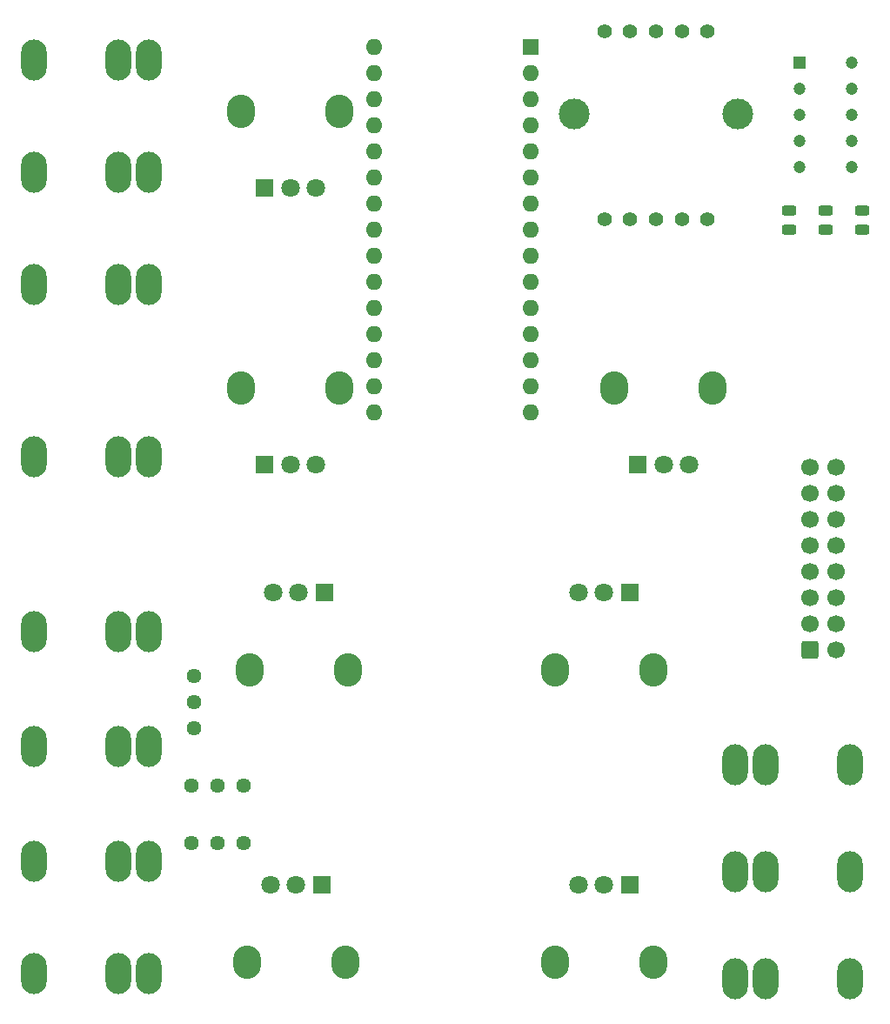
<source format=gbr>
%TF.GenerationSoftware,KiCad,Pcbnew,7.0.2*%
%TF.CreationDate,2023-05-23T13:36:19-04:00*%
%TF.ProjectId,SSI2130_Oscillator,53534932-3133-4305-9f4f-7363696c6c61,rev?*%
%TF.SameCoordinates,Original*%
%TF.FileFunction,Soldermask,Top*%
%TF.FilePolarity,Negative*%
%FSLAX46Y46*%
G04 Gerber Fmt 4.6, Leading zero omitted, Abs format (unit mm)*
G04 Created by KiCad (PCBNEW 7.0.2) date 2023-05-23 13:36:19*
%MOMM*%
%LPD*%
G01*
G04 APERTURE LIST*
G04 Aperture macros list*
%AMRoundRect*
0 Rectangle with rounded corners*
0 $1 Rounding radius*
0 $2 $3 $4 $5 $6 $7 $8 $9 X,Y pos of 4 corners*
0 Add a 4 corners polygon primitive as box body*
4,1,4,$2,$3,$4,$5,$6,$7,$8,$9,$2,$3,0*
0 Add four circle primitives for the rounded corners*
1,1,$1+$1,$2,$3*
1,1,$1+$1,$4,$5*
1,1,$1+$1,$6,$7*
1,1,$1+$1,$8,$9*
0 Add four rect primitives between the rounded corners*
20,1,$1+$1,$2,$3,$4,$5,0*
20,1,$1+$1,$4,$5,$6,$7,0*
20,1,$1+$1,$6,$7,$8,$9,0*
20,1,$1+$1,$8,$9,$2,$3,0*%
G04 Aperture macros list end*
%ADD10R,1.600000X1.600000*%
%ADD11O,1.600000X1.600000*%
%ADD12RoundRect,0.243750X0.456250X-0.243750X0.456250X0.243750X-0.456250X0.243750X-0.456250X-0.243750X0*%
%ADD13R,1.200000X1.200000*%
%ADD14C,1.200000*%
%ADD15O,2.500000X4.000000*%
%ADD16C,1.440000*%
%ADD17O,2.720000X3.240000*%
%ADD18C,1.800000*%
%ADD19R,1.800000X1.800000*%
%ADD20C,1.400000*%
%ADD21C,3.000000*%
%ADD22RoundRect,0.250000X-0.600000X-0.600000X0.600000X-0.600000X0.600000X0.600000X-0.600000X0.600000X0*%
%ADD23C,1.700000*%
G04 APERTURE END LIST*
D10*
%TO.C,A1*%
X80518000Y-29210000D03*
D11*
X65278000Y-62230000D03*
X80518000Y-31750000D03*
X65278000Y-59690000D03*
X80518000Y-34290000D03*
X65278000Y-57150000D03*
X80518000Y-36830000D03*
X65278000Y-54610000D03*
X80518000Y-39370000D03*
X65278000Y-52070000D03*
X80518000Y-41910000D03*
X65278000Y-49530000D03*
X80518000Y-44450000D03*
X65278000Y-46990000D03*
X80518000Y-46990000D03*
X65278000Y-44450000D03*
X80518000Y-49530000D03*
X65278000Y-41910000D03*
X80518000Y-52070000D03*
X65278000Y-39370000D03*
X80518000Y-54610000D03*
X65278000Y-36830000D03*
X80518000Y-57150000D03*
X65278000Y-34290000D03*
X80518000Y-59690000D03*
X65278000Y-31750000D03*
X80518000Y-62230000D03*
X65278000Y-29210000D03*
X80518000Y-64770000D03*
X65278000Y-64770000D03*
%TD*%
D12*
%TO.C,D13*%
X112776000Y-46990000D03*
X112776000Y-45115000D03*
%TD*%
%TO.C,D14*%
X109220000Y-46990000D03*
X109220000Y-45115000D03*
%TD*%
%TO.C,D15*%
X105664000Y-45115000D03*
X105664000Y-46990000D03*
%TD*%
D13*
%TO.C,DS1*%
X106680000Y-30734000D03*
D14*
X106680000Y-33274000D03*
X106680000Y-35814000D03*
X106680000Y-38354000D03*
X106680000Y-40894000D03*
X111760000Y-40894000D03*
X111760000Y-38354000D03*
X111760000Y-35814000D03*
X111760000Y-33274000D03*
X111760000Y-30734000D03*
%TD*%
D15*
%TO.C,J2*%
X32186000Y-119380000D03*
X40386000Y-119380000D03*
X43386000Y-119380000D03*
%TD*%
%TO.C,J3*%
X32186000Y-69088000D03*
X40386000Y-69088000D03*
X43386000Y-69088000D03*
%TD*%
%TO.C,J4*%
X43386000Y-86106000D03*
X40386000Y-86106000D03*
X32186000Y-86106000D03*
%TD*%
%TO.C,J5*%
X43386000Y-108458000D03*
X40386000Y-108458000D03*
X32186000Y-108458000D03*
%TD*%
%TO.C,J6*%
X32186000Y-97282000D03*
X40386000Y-97282000D03*
X43386000Y-97282000D03*
%TD*%
%TO.C,J7*%
X100378000Y-109474000D03*
X103378000Y-109474000D03*
X111578000Y-109474000D03*
%TD*%
%TO.C,J8*%
X111578000Y-99060000D03*
X103378000Y-99060000D03*
X100378000Y-99060000D03*
%TD*%
%TO.C,J9*%
X100378000Y-119888000D03*
X103378000Y-119888000D03*
X111578000Y-119888000D03*
%TD*%
%TO.C,J10*%
X32186000Y-41402000D03*
X40386000Y-41402000D03*
X43386000Y-41402000D03*
%TD*%
%TO.C,J11*%
X32186000Y-52324000D03*
X40386000Y-52324000D03*
X43386000Y-52324000D03*
%TD*%
%TO.C,J12*%
X43386000Y-30480000D03*
X40386000Y-30480000D03*
X32186000Y-30480000D03*
%TD*%
D16*
%TO.C,RV1*%
X52578000Y-101092000D03*
X50038000Y-101092000D03*
X47498000Y-101092000D03*
%TD*%
%TO.C,RV2*%
X47498000Y-106680000D03*
X50038000Y-106680000D03*
X52578000Y-106680000D03*
%TD*%
%TO.C,RV3*%
X47752000Y-90424000D03*
X47752000Y-92964000D03*
X47752000Y-95504000D03*
%TD*%
D17*
%TO.C,RV4*%
X62498000Y-118244000D03*
X52898000Y-118244000D03*
D18*
X55198000Y-110744000D03*
X57698000Y-110744000D03*
D19*
X60198000Y-110744000D03*
%TD*%
%TO.C,RV5*%
X90170000Y-110744000D03*
D18*
X87670000Y-110744000D03*
X85170000Y-110744000D03*
D17*
X82870000Y-118244000D03*
X92470000Y-118244000D03*
%TD*%
%TO.C,RV6*%
X52310000Y-62350000D03*
X61910000Y-62350000D03*
D18*
X59610000Y-69850000D03*
X57110000Y-69850000D03*
D19*
X54610000Y-69850000D03*
%TD*%
%TO.C,RV7*%
X90932000Y-69850000D03*
D18*
X93432000Y-69850000D03*
X95932000Y-69850000D03*
D17*
X98232000Y-62350000D03*
X88632000Y-62350000D03*
%TD*%
D19*
%TO.C,RV8*%
X60452000Y-82296000D03*
D18*
X57952000Y-82296000D03*
X55452000Y-82296000D03*
D17*
X53152000Y-89796000D03*
X62752000Y-89796000D03*
%TD*%
%TO.C,RV9*%
X92470000Y-89796000D03*
X82870000Y-89796000D03*
D18*
X85170000Y-82296000D03*
X87670000Y-82296000D03*
D19*
X90170000Y-82296000D03*
%TD*%
%TO.C,RV11*%
X54610000Y-42926000D03*
D18*
X57110000Y-42926000D03*
X59610000Y-42926000D03*
D17*
X61910000Y-35426000D03*
X52310000Y-35426000D03*
%TD*%
D20*
%TO.C,S1*%
X97710000Y-45980000D03*
X95210000Y-45980000D03*
X92710000Y-45980000D03*
X90210000Y-45980000D03*
X87710000Y-45980000D03*
X87710000Y-27680000D03*
X90210000Y-27680000D03*
X92710000Y-27680000D03*
X95210000Y-27680000D03*
X97710000Y-27680000D03*
D21*
X84710000Y-35730000D03*
X100710000Y-35730000D03*
%TD*%
D22*
%TO.C,J1*%
X107696000Y-87884000D03*
D23*
X107696000Y-85344000D03*
X107696000Y-82804000D03*
X107696000Y-80264000D03*
X107696000Y-77724000D03*
X107696000Y-75184000D03*
X107696000Y-72644000D03*
X107696000Y-70104000D03*
X110236000Y-87884000D03*
X110236000Y-85344000D03*
X110236000Y-82804000D03*
X110236000Y-80264000D03*
X110236000Y-77724000D03*
X110236000Y-75184000D03*
X110236000Y-72644000D03*
X110236000Y-70104000D03*
%TD*%
M02*

</source>
